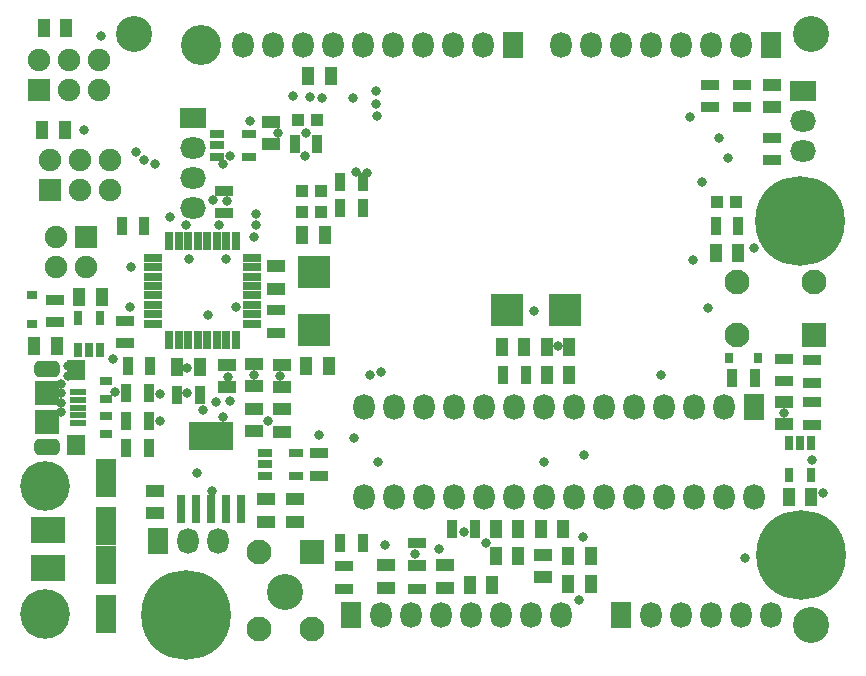
<source format=gts>
G04*
G04 #@! TF.GenerationSoftware,Altium Limited,Altium Designer,20.1.14 (287)*
G04*
G04 Layer_Color=8388736*
%FSLAX44Y44*%
%MOMM*%
G71*
G04*
G04 #@! TF.SameCoordinates,7BFD3521-CE32-4739-868A-3B6082625FC7*
G04*
G04*
G04 #@! TF.FilePolarity,Negative*
G04*
G01*
G75*
%ADD35R,1.5000X1.1000*%
%ADD36R,1.1000X1.5000*%
%ADD37R,3.7000X2.4000*%
%ADD38R,0.8000X2.4000*%
%ADD39C,3.0480*%
%ADD40R,2.9000X2.2000*%
%ADD41R,2.7000X2.8000*%
%ADD42R,2.8000X2.7000*%
%ADD43R,1.3000X0.8000*%
%ADD44R,0.8000X1.3000*%
%ADD45R,1.8000X3.2000*%
%ADD46R,1.0000X1.0000*%
%ADD47R,1.6000X1.8000*%
%ADD48R,2.1000X2.1000*%
%ADD49R,1.4500X0.5000*%
%ADD50R,1.6200X0.6700*%
%ADD51R,0.6700X1.6200*%
%ADD52R,0.8858X0.7588*%
%ADD53R,0.7588X0.8858*%
%ADD54R,1.5000X0.9000*%
%ADD55R,0.9000X1.5000*%
%ADD56R,1.1000X0.8000*%
%ADD57C,3.4000*%
%ADD58C,4.2000*%
%ADD59O,1.8000X2.2000*%
%ADD60R,1.8000X2.2000*%
%ADD61C,2.1000*%
%ADD62R,2.1000X2.1000*%
%ADD63R,1.9000X1.9000*%
%ADD64C,1.9000*%
%ADD65R,2.2000X1.8000*%
%ADD66O,2.2000X1.8000*%
%ADD67C,7.6000*%
G04:AMPARAMS|DCode=68|XSize=2.2mm|YSize=1.4mm|CornerRadius=0.46mm|HoleSize=0mm|Usage=FLASHONLY|Rotation=0.000|XOffset=0mm|YOffset=0mm|HoleType=Round|Shape=RoundedRectangle|*
%AMROUNDEDRECTD68*
21,1,2.2000,0.4800,0,0,0.0*
21,1,1.2800,1.4000,0,0,0.0*
1,1,0.9200,0.6400,-0.2400*
1,1,0.9200,-0.6400,-0.2400*
1,1,0.9200,-0.6400,0.2400*
1,1,0.9200,0.6400,0.2400*
%
%ADD68ROUNDEDRECTD68*%
%ADD69C,0.8000*%
D35*
X198000Y181000D02*
D03*
Y200000D02*
D03*
X442000Y57500D02*
D03*
Y76500D02*
D03*
X198000Y238000D02*
D03*
Y219000D02*
D03*
X216000Y301500D02*
D03*
Y320500D02*
D03*
X175000Y237500D02*
D03*
Y218500D02*
D03*
X636000Y474500D02*
D03*
Y455500D02*
D03*
X309000Y48500D02*
D03*
Y67500D02*
D03*
X359000Y48500D02*
D03*
Y67500D02*
D03*
X211750Y424000D02*
D03*
Y443000D02*
D03*
X221000Y180500D02*
D03*
Y199500D02*
D03*
X646000Y206000D02*
D03*
Y187000D02*
D03*
X232000Y104500D02*
D03*
Y123500D02*
D03*
X221000Y218500D02*
D03*
Y237500D02*
D03*
X114000Y130500D02*
D03*
Y111500D02*
D03*
X208000Y123500D02*
D03*
Y104500D02*
D03*
D36*
X463500Y52000D02*
D03*
X482500D02*
D03*
X18500Y436000D02*
D03*
X37500D02*
D03*
X399500Y51000D02*
D03*
X380500D02*
D03*
X19500Y522000D02*
D03*
X38500D02*
D03*
X464500Y229000D02*
D03*
X445500D02*
D03*
X421500Y98000D02*
D03*
X402500D02*
D03*
X440500D02*
D03*
X459500D02*
D03*
X650500Y125500D02*
D03*
X669500D02*
D03*
X49500Y295000D02*
D03*
X68500D02*
D03*
X30500Y253500D02*
D03*
X11500D02*
D03*
X238500Y347000D02*
D03*
X257500D02*
D03*
X242000Y236000D02*
D03*
X261000D02*
D03*
X426500Y252000D02*
D03*
X407500D02*
D03*
X464500D02*
D03*
X445500D02*
D03*
X132500Y235000D02*
D03*
X151500D02*
D03*
X463500Y75000D02*
D03*
X482500D02*
D03*
X262500Y482000D02*
D03*
X243500D02*
D03*
X402500Y75000D02*
D03*
X421500D02*
D03*
X588500Y332000D02*
D03*
X607500D02*
D03*
D37*
X161000Y177000D02*
D03*
D38*
X186400Y115000D02*
D03*
X173700D02*
D03*
X161000D02*
D03*
X148300D02*
D03*
X135600D02*
D03*
D39*
X96000Y517000D02*
D03*
X669000D02*
D03*
Y17000D02*
D03*
X224000Y45000D02*
D03*
D40*
X23000Y65000D02*
D03*
Y97000D02*
D03*
D41*
X460500Y284000D02*
D03*
X411500D02*
D03*
D42*
X248000Y267000D02*
D03*
Y316000D02*
D03*
D43*
X193500Y413500D02*
D03*
Y432500D02*
D03*
X166500Y413500D02*
D03*
Y423000D02*
D03*
Y432500D02*
D03*
X233500Y143500D02*
D03*
Y162500D02*
D03*
X206500Y143500D02*
D03*
Y153000D02*
D03*
Y162500D02*
D03*
D44*
X67500Y276750D02*
D03*
X48500D02*
D03*
X67500Y249750D02*
D03*
X58000D02*
D03*
X48500D02*
D03*
X650500Y143750D02*
D03*
X669500D02*
D03*
X650500Y170750D02*
D03*
X660000D02*
D03*
X669500D02*
D03*
D45*
X72000Y100500D02*
D03*
Y141500D02*
D03*
Y26500D02*
D03*
Y67500D02*
D03*
D46*
X590000Y375000D02*
D03*
X606000D02*
D03*
X235000Y444500D02*
D03*
X251000D02*
D03*
X238000Y384000D02*
D03*
X254000D02*
D03*
X238000Y367000D02*
D03*
X254000D02*
D03*
D47*
X46495Y169000D02*
D03*
X46505Y233000D02*
D03*
D48*
X21995Y189000D02*
D03*
Y213000D02*
D03*
X246500Y78500D02*
D03*
D49*
X48745Y188000D02*
D03*
Y194500D02*
D03*
Y201000D02*
D03*
Y207500D02*
D03*
Y214000D02*
D03*
D50*
X196000Y272000D02*
D03*
Y280000D02*
D03*
Y288000D02*
D03*
Y296000D02*
D03*
Y304000D02*
D03*
Y312000D02*
D03*
Y320000D02*
D03*
Y328000D02*
D03*
X112000D02*
D03*
Y320000D02*
D03*
Y312000D02*
D03*
Y304000D02*
D03*
Y296000D02*
D03*
Y288000D02*
D03*
Y280000D02*
D03*
Y272000D02*
D03*
D51*
X182000Y342000D02*
D03*
X174000D02*
D03*
X166000D02*
D03*
X158000D02*
D03*
X150000D02*
D03*
X142000D02*
D03*
X134000D02*
D03*
X126000D02*
D03*
Y258000D02*
D03*
X134000D02*
D03*
X142000D02*
D03*
X150000D02*
D03*
X158000D02*
D03*
X166000D02*
D03*
X174000D02*
D03*
X182000D02*
D03*
D52*
X10000Y271808D02*
D03*
Y296192D02*
D03*
D53*
X624192Y243000D02*
D03*
X599808D02*
D03*
D54*
X172000Y384500D02*
D03*
Y365500D02*
D03*
X88000Y255500D02*
D03*
Y274500D02*
D03*
X216000Y283500D02*
D03*
Y264500D02*
D03*
X610500Y474500D02*
D03*
Y455500D02*
D03*
X583750Y474500D02*
D03*
Y455500D02*
D03*
X636000Y429500D02*
D03*
Y410500D02*
D03*
X670000Y205500D02*
D03*
Y186500D02*
D03*
X29000Y292250D02*
D03*
Y273250D02*
D03*
X670000Y222000D02*
D03*
Y241000D02*
D03*
X274000Y47500D02*
D03*
Y66500D02*
D03*
X253000Y162500D02*
D03*
Y143500D02*
D03*
X646000Y223500D02*
D03*
Y242500D02*
D03*
X336000Y67500D02*
D03*
Y86500D02*
D03*
Y47500D02*
D03*
Y66500D02*
D03*
D55*
X289500Y392250D02*
D03*
X270500D02*
D03*
X289750Y369750D02*
D03*
X270750D02*
D03*
X85750Y355000D02*
D03*
X104750D02*
D03*
X108500Y213000D02*
D03*
X89500D02*
D03*
X108500Y190000D02*
D03*
X89500D02*
D03*
X89500Y167000D02*
D03*
X108500D02*
D03*
X365500Y98000D02*
D03*
X384500D02*
D03*
X621500Y226000D02*
D03*
X602500D02*
D03*
X232000Y424000D02*
D03*
X251000D02*
D03*
X408500Y229000D02*
D03*
X427500D02*
D03*
X607500Y355000D02*
D03*
X588500D02*
D03*
X90500Y236000D02*
D03*
X109500D02*
D03*
X270500Y86000D02*
D03*
X289500D02*
D03*
X151500Y212000D02*
D03*
X132500D02*
D03*
D56*
X72000Y208500D02*
D03*
Y223500D02*
D03*
Y178500D02*
D03*
Y193500D02*
D03*
D57*
X152400Y508000D02*
D03*
D58*
X21000Y26000D02*
D03*
Y135000D02*
D03*
D59*
X187960Y508000D02*
D03*
X213360D02*
D03*
X238760D02*
D03*
X264160D02*
D03*
X289560D02*
D03*
X314960D02*
D03*
X340360D02*
D03*
X365760D02*
D03*
X391160D02*
D03*
X457200Y25400D02*
D03*
X431800D02*
D03*
X406400D02*
D03*
X381000D02*
D03*
X355600D02*
D03*
X330200D02*
D03*
X304800D02*
D03*
X457200Y508000D02*
D03*
X482600D02*
D03*
X508000D02*
D03*
X533400D02*
D03*
X558800D02*
D03*
X584200D02*
D03*
X609600D02*
D03*
X635000Y25400D02*
D03*
X609600D02*
D03*
X584200D02*
D03*
X558800D02*
D03*
X533400D02*
D03*
X141600Y88000D02*
D03*
X167000D02*
D03*
X442850Y125730D02*
D03*
X290450D02*
D03*
X315850D02*
D03*
X341250D02*
D03*
X366650D02*
D03*
X392050D02*
D03*
X417450D02*
D03*
X468250D02*
D03*
X493650D02*
D03*
X519050D02*
D03*
X544450D02*
D03*
X569850D02*
D03*
X595250D02*
D03*
X620650D02*
D03*
X290450Y201930D02*
D03*
X315850D02*
D03*
X341250D02*
D03*
X366650D02*
D03*
X392050D02*
D03*
X417450D02*
D03*
X442850D02*
D03*
X468250D02*
D03*
X493650D02*
D03*
X519050D02*
D03*
X544450D02*
D03*
X569850D02*
D03*
X595250D02*
D03*
D60*
X416560Y508000D02*
D03*
X279400Y25400D02*
D03*
X635000Y508000D02*
D03*
X508000Y25400D02*
D03*
X116200Y88000D02*
D03*
X620650Y201930D02*
D03*
D61*
X606500Y262500D02*
D03*
Y307500D02*
D03*
X671500D02*
D03*
X246500Y13500D02*
D03*
X201500D02*
D03*
Y78500D02*
D03*
D62*
X671500Y262500D02*
D03*
D63*
X15600Y469600D02*
D03*
X24600Y385000D02*
D03*
X55400Y345150D02*
D03*
D64*
X41000Y469600D02*
D03*
X66400D02*
D03*
X15600Y495000D02*
D03*
X41000D02*
D03*
X66400D02*
D03*
X50000Y385000D02*
D03*
X75400D02*
D03*
X24600Y410400D02*
D03*
X50000D02*
D03*
X75400D02*
D03*
X30000Y319750D02*
D03*
X55400D02*
D03*
X30000Y345150D02*
D03*
D65*
X146000Y446000D02*
D03*
X662000Y469000D02*
D03*
D66*
X146000Y420600D02*
D03*
Y395200D02*
D03*
Y369800D02*
D03*
X662000Y443600D02*
D03*
Y418200D02*
D03*
D67*
X139700Y25400D02*
D03*
X660400Y76200D02*
D03*
X660000Y359000D02*
D03*
D68*
X21995Y168000D02*
D03*
Y234000D02*
D03*
D69*
X161839Y130363D02*
D03*
X53500Y436250D02*
D03*
X293000Y400000D02*
D03*
X334000Y77000D02*
D03*
X40000Y236000D02*
D03*
Y228000D02*
D03*
X284000Y400250D02*
D03*
X68000Y516000D02*
D03*
X296000Y229000D02*
D03*
X305000Y231000D02*
D03*
X34000Y221000D02*
D03*
Y197000D02*
D03*
Y205000D02*
D03*
X620750Y335750D02*
D03*
X393700Y86300D02*
D03*
X97900Y417100D02*
D03*
X104700Y410300D02*
D03*
X114000Y407600D02*
D03*
X542000Y229000D02*
D03*
X177000Y414000D02*
D03*
X154250Y199250D02*
D03*
X171000Y193000D02*
D03*
X177000Y207000D02*
D03*
X209750Y189750D02*
D03*
X78500Y242000D02*
D03*
X171000Y407000D02*
D03*
X220000Y228000D02*
D03*
X582000Y285000D02*
D03*
X255500Y463250D02*
D03*
X599000Y412000D02*
D03*
X591000Y429096D02*
D03*
X569000Y326000D02*
D03*
X577000Y392000D02*
D03*
X567000Y447000D02*
D03*
X302000Y448000D02*
D03*
X301000Y458000D02*
D03*
Y469000D02*
D03*
X308500Y84500D02*
D03*
X165000Y206062D02*
D03*
X80000Y214000D02*
D03*
X194000Y444000D02*
D03*
X679000Y129000D02*
D03*
X231000Y465000D02*
D03*
X34000Y213000D02*
D03*
X375000Y96000D02*
D03*
X163000Y377000D02*
D03*
X174750Y376000D02*
D03*
X354000Y81000D02*
D03*
X613000Y74000D02*
D03*
X159000Y279000D02*
D03*
X141000Y234750D02*
D03*
X199421Y355500D02*
D03*
X168000Y355250D02*
D03*
X142750Y327250D02*
D03*
X140250Y356000D02*
D03*
X173750Y327000D02*
D03*
X241125Y414282D02*
D03*
X241250Y433500D02*
D03*
X472500Y38250D02*
D03*
X281000Y463250D02*
D03*
X175250Y226750D02*
D03*
X245000Y464250D02*
D03*
X92312Y286391D02*
D03*
X477000Y161250D02*
D03*
X434750Y282750D02*
D03*
X646000Y196500D02*
D03*
X182500Y286250D02*
D03*
X198000Y228500D02*
D03*
X149250Y146000D02*
D03*
X442850Y154650D02*
D03*
X455000Y253000D02*
D03*
X93750Y320000D02*
D03*
X217750Y433500D02*
D03*
X253000Y178000D02*
D03*
X476500Y91250D02*
D03*
X141000Y213000D02*
D03*
X118000Y212500D02*
D03*
X118250Y190000D02*
D03*
X126500Y362000D02*
D03*
X197750Y345834D02*
D03*
X199500Y364771D02*
D03*
X670000Y156250D02*
D03*
X282250Y175250D02*
D03*
X302500Y154750D02*
D03*
M02*

</source>
